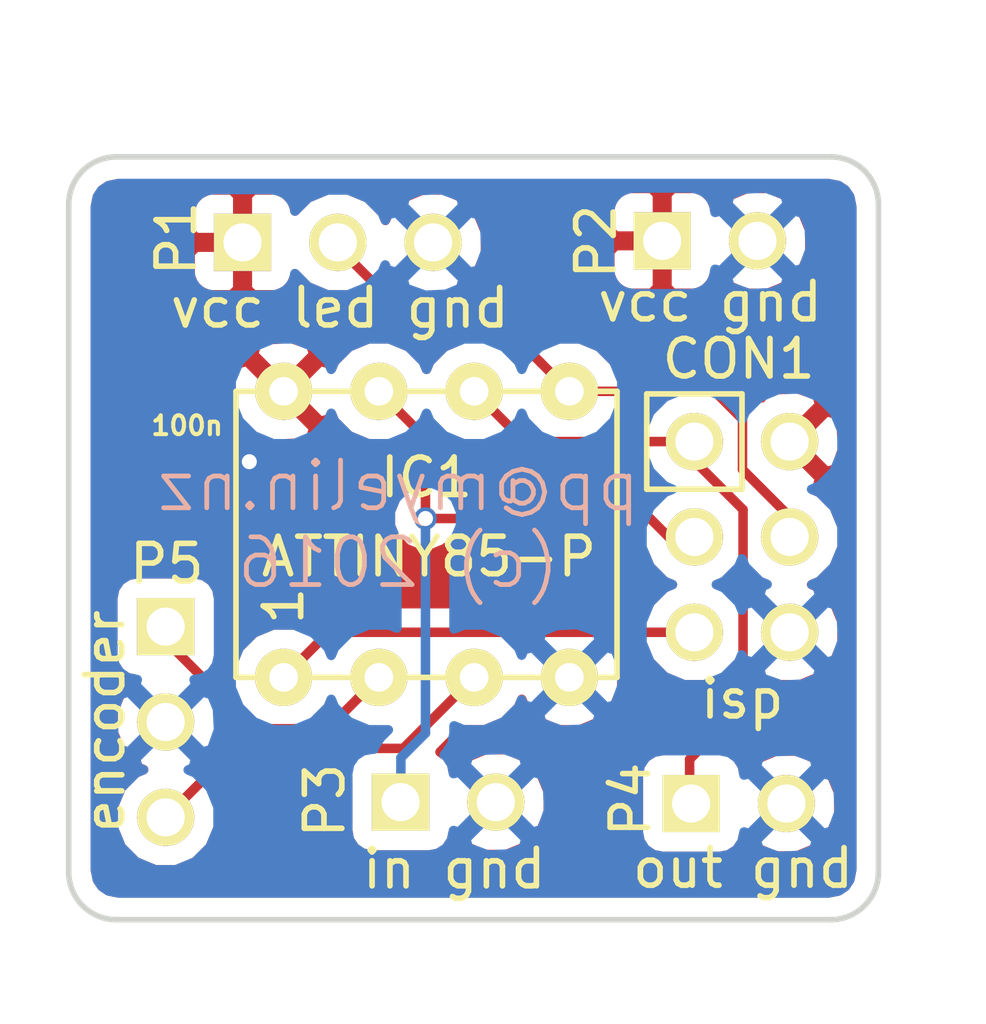
<source format=kicad_pcb>
(kicad_pcb (version 4) (host pcbnew 4.0.1-stable)

  (general
    (links 20)
    (no_connects 0)
    (area 136.59866 78.3717 162.895281 105.664001)
    (thickness 1.6)
    (drawings 9)
    (tracks 46)
    (zones 0)
    (modules 8)
    (nets 9)
  )

  (page A4)
  (layers
    (0 F.Cu signal)
    (31 B.Cu signal)
    (32 B.Adhes user)
    (33 F.Adhes user)
    (34 B.Paste user)
    (35 F.Paste user)
    (36 B.SilkS user)
    (37 F.SilkS user)
    (38 B.Mask user)
    (39 F.Mask user)
    (40 Dwgs.User user)
    (41 Cmts.User user)
    (42 Eco1.User user)
    (43 Eco2.User user)
    (44 Edge.Cuts user)
    (45 Margin user)
    (46 B.CrtYd user)
    (47 F.CrtYd user)
    (48 B.Fab user)
    (49 F.Fab user)
  )

  (setup
    (last_trace_width 0.254)
    (trace_clearance 0.254)
    (zone_clearance 0.508)
    (zone_45_only no)
    (trace_min 0.1778)
    (segment_width 0.2)
    (edge_width 0.15)
    (via_size 0.6)
    (via_drill 0.4)
    (via_min_size 0.4)
    (via_min_drill 0.3)
    (uvia_size 0.3)
    (uvia_drill 0.1)
    (uvias_allowed no)
    (uvia_min_size 0.2)
    (uvia_min_drill 0.1)
    (pcb_text_width 0.3)
    (pcb_text_size 1.5 1.5)
    (mod_edge_width 0.15)
    (mod_text_size 1 1)
    (mod_text_width 0.15)
    (pad_size 1.524 1.524)
    (pad_drill 0.762)
    (pad_to_mask_clearance 0)
    (aux_axis_origin 0 0)
    (visible_elements FFFFFFFF)
    (pcbplotparams
      (layerselection 0x010fc_80000001)
      (usegerberextensions true)
      (excludeedgelayer true)
      (linewidth 0.100000)
      (plotframeref false)
      (viasonmask false)
      (mode 1)
      (useauxorigin false)
      (hpglpennumber 1)
      (hpglpenspeed 20)
      (hpglpendiameter 15)
      (hpglpenoverlay 2)
      (psnegative false)
      (psa4output false)
      (plotreference true)
      (plotvalue true)
      (plotinvisibletext false)
      (padsonsilk false)
      (subtractmaskfromsilk false)
      (outputformat 1)
      (mirror false)
      (drillshape 0)
      (scaleselection 1)
      (outputdirectory gerbers/))
  )

  (net 0 "")
  (net 1 /miso)
  (net 2 /vcc)
  (net 3 /sck)
  (net 4 /mosi)
  (net 5 //reset)
  (net 6 /gnd)
  (net 7 /pb3)
  (net 8 /pb4)

  (net_class Default "This is the default net class."
    (clearance 0.254)
    (trace_width 0.254)
    (via_dia 0.6)
    (via_drill 0.4)
    (uvia_dia 0.3)
    (uvia_drill 0.1)
    (add_net //reset)
    (add_net /gnd)
    (add_net /miso)
    (add_net /mosi)
    (add_net /pb3)
    (add_net /pb4)
    (add_net /sck)
    (add_net /vcc)
  )

  (module myelin-kicad:pin_array_2x3_100mil_pth (layer F.Cu) (tedit 571E9933) (tstamp 571E7F43)
    (at 156.38272 92.67444 270)
    (path /571E76DE)
    (fp_text reference CON1 (at -4.74218 0.0889 360) (layer F.SilkS)
      (effects (font (size 1 1) (thickness 0.15)))
    )
    (fp_text value isp (at 4.31292 -0.00508 540) (layer F.SilkS)
      (effects (font (size 1 1) (thickness 0.15)))
    )
    (fp_line (start -1.27 0) (end -3.81 0) (layer F.SilkS) (width 0.15))
    (fp_line (start -3.81 0) (end -3.81 2.54) (layer F.SilkS) (width 0.15))
    (fp_line (start -3.81 2.54) (end -1.27 2.54) (layer F.SilkS) (width 0.15))
    (fp_line (start -1.27 2.54) (end -1.27 0) (layer F.SilkS) (width 0.15))
    (pad 1 thru_hole circle (at -2.54 1.27 270) (size 1.524 1.524) (drill 1.016) (layers *.Cu *.Mask F.SilkS)
      (net 1 /miso))
    (pad 2 thru_hole circle (at -2.54 -1.27 270) (size 1.524 1.524) (drill 1.016) (layers *.Cu *.Mask F.SilkS)
      (net 2 /vcc))
    (pad 3 thru_hole circle (at 0 1.27 270) (size 1.524 1.524) (drill 1.016) (layers *.Cu *.Mask F.SilkS)
      (net 3 /sck))
    (pad 4 thru_hole circle (at 0 -1.27 270) (size 1.524 1.524) (drill 1.016) (layers *.Cu *.Mask F.SilkS)
      (net 4 /mosi))
    (pad 5 thru_hole circle (at 2.54 1.27 270) (size 1.524 1.524) (drill 1.016) (layers *.Cu *.Mask F.SilkS)
      (net 5 //reset))
    (pad 6 thru_hole circle (at 2.54 -1.27 270) (size 1.524 1.524) (drill 1.016) (layers *.Cu *.Mask F.SilkS)
      (net 6 /gnd))
  )

  (module myelin-kicad:dip8 (layer F.Cu) (tedit 571E774A) (tstamp 571E7F54)
    (at 147.97024 92.60586)
    (path /571E7696)
    (fp_text reference IC1 (at -0.00254 -1.51638) (layer F.SilkS)
      (effects (font (size 1 1) (thickness 0.15)))
    )
    (fp_text value ATTINY85-P (at 0.06604 0.59436) (layer F.SilkS)
      (effects (font (size 1 1) (thickness 0.15)))
    )
    (fp_text user 1 (at -3.81 1.905 90) (layer F.SilkS)
      (effects (font (size 1 1) (thickness 0.15)))
    )
    (fp_line (start -5.08 -3.81) (end 5.08 -3.81) (layer F.SilkS) (width 0.15))
    (fp_line (start 5.08 -3.81) (end 5.08 3.81) (layer F.SilkS) (width 0.15))
    (fp_line (start 5.08 3.81) (end -5.08 3.81) (layer F.SilkS) (width 0.15))
    (fp_line (start -5.08 3.81) (end -5.08 -3.81) (layer F.SilkS) (width 0.15))
    (pad 1 thru_hole circle (at -3.81 3.81) (size 1.524 1.524) (drill 0.762) (layers *.Cu *.Mask F.SilkS)
      (net 5 //reset))
    (pad 2 thru_hole circle (at -1.27 3.81) (size 1.524 1.524) (drill 0.762) (layers *.Cu *.Mask F.SilkS)
      (net 7 /pb3))
    (pad 3 thru_hole circle (at 1.27 3.81) (size 1.524 1.524) (drill 0.762) (layers *.Cu *.Mask F.SilkS)
      (net 8 /pb4))
    (pad 4 thru_hole circle (at 3.81 3.81) (size 1.524 1.524) (drill 0.762) (layers *.Cu *.Mask F.SilkS)
      (net 6 /gnd))
    (pad 5 thru_hole circle (at 3.81 -3.81) (size 1.524 1.524) (drill 0.762) (layers *.Cu *.Mask F.SilkS)
      (net 4 /mosi))
    (pad 6 thru_hole circle (at 1.27 -3.81) (size 1.524 1.524) (drill 0.762) (layers *.Cu *.Mask F.SilkS)
      (net 1 /miso))
    (pad 7 thru_hole circle (at -1.27 -3.81) (size 1.524 1.524) (drill 0.762) (layers *.Cu *.Mask F.SilkS)
      (net 3 /sck))
    (pad 8 thru_hole circle (at -3.81 -3.81) (size 1.524 1.524) (drill 0.762) (layers *.Cu *.Mask F.SilkS)
      (net 2 /vcc))
  )

  (module myelin-kicad:C0805_nosilkscreen (layer F.Cu) (tedit 54921587) (tstamp 571E7FCD)
    (at 141.58722 89.71026 270)
    (descr "SM0805 module from KiCad stdlib, modified by Phillip Pearson to have less annoying silkscreen")
    (path /571E785C)
    (attr smd)
    (fp_text reference C1 (at 0 -1.3 270) (layer F.SilkS) hide
      (effects (font (size 0.50038 0.50038) (thickness 0.10922)))
    )
    (fp_text value 100n (at 0 0 360) (layer F.SilkS)
      (effects (font (size 0.50038 0.50038) (thickness 0.10922)))
    )
    (pad 1 smd rect (at -0.9525 0 270) (size 0.889 1.397) (layers F.Cu F.Paste F.Mask)
      (net 2 /vcc))
    (pad 2 smd rect (at 0.9525 0 270) (size 0.889 1.397) (layers F.Cu F.Paste F.Mask)
      (net 6 /gnd))
    (model Capacitors_SMD.3dshapes/C_0805.wrl
      (at (xyz 0 0 0))
      (scale (xyz 1 1 1))
      (rotate (xyz 0 0 0))
    )
  )

  (module myelin-kicad:header_01x03_40mil_60mil (layer F.Cu) (tedit 553971CD) (tstamp 571E842F)
    (at 145.6055 84.82838)
    (path /571E7C50)
    (fp_text reference P1 (at -4.30276 -0.10414 90) (layer F.SilkS)
      (effects (font (size 1 1) (thickness 0.15)))
    )
    (fp_text value "vcc led gnd" (at 0.05334 1.74498) (layer F.SilkS)
      (effects (font (size 1 1) (thickness 0.15)))
    )
    (pad 1 thru_hole rect (at -2.54 0) (size 1.524 1.524) (drill 1.016) (layers *.Cu *.Mask F.SilkS)
      (net 2 /vcc))
    (pad 2 thru_hole circle (at 0 0) (size 1.524 1.524) (drill 1.016) (layers *.Cu *.Mask F.SilkS)
      (net 4 /mosi))
    (pad 3 thru_hole circle (at 2.54 0) (size 1.524 1.524) (drill 1.016) (layers *.Cu *.Mask F.SilkS)
      (net 6 /gnd))
  )

  (module myelin-kicad:header_01x02_40mil_60mil (layer F.Cu) (tedit 553971BB) (tstamp 571E8849)
    (at 155.5242 84.78774)
    (path /571E7E73)
    (fp_text reference P2 (at -3.03276 0.02032 90) (layer F.SilkS)
      (effects (font (size 1 1) (thickness 0.15)))
    )
    (fp_text value "vcc gnd" (at 0.00762 1.62306) (layer F.SilkS)
      (effects (font (size 1 1) (thickness 0.15)))
    )
    (pad 1 thru_hole rect (at -1.27 0) (size 1.524 1.524) (drill 1.016) (layers *.Cu *.Mask F.SilkS)
      (net 2 /vcc))
    (pad 2 thru_hole circle (at 1.27 0) (size 1.524 1.524) (drill 1.016) (layers *.Cu *.Mask F.SilkS)
      (net 6 /gnd))
  )

  (module myelin-kicad:header_01x02_40mil_60mil (layer F.Cu) (tedit 553971BB) (tstamp 571E8869)
    (at 148.54936 99.73818)
    (path /571E80F6)
    (fp_text reference P3 (at -3.29184 -0.04064 90) (layer F.SilkS)
      (effects (font (size 1 1) (thickness 0.15)))
    )
    (fp_text value "in gnd" (at 0.16002 1.77546) (layer F.SilkS)
      (effects (font (size 1 1) (thickness 0.15)))
    )
    (pad 1 thru_hole rect (at -1.27 0) (size 1.524 1.524) (drill 1.016) (layers *.Cu *.Mask F.SilkS)
      (net 3 /sck))
    (pad 2 thru_hole circle (at 1.27 0) (size 1.524 1.524) (drill 1.016) (layers *.Cu *.Mask F.SilkS)
      (net 6 /gnd))
  )

  (module myelin-kicad:header_01x02_40mil_60mil (layer F.Cu) (tedit 553971BB) (tstamp 571E886F)
    (at 156.29636 99.77628)
    (path /571E8124)
    (fp_text reference P4 (at -2.88544 -0.10668 90) (layer F.SilkS)
      (effects (font (size 1 1) (thickness 0.15)))
    )
    (fp_text value "out gnd" (at 0.1143 1.71958) (layer F.SilkS)
      (effects (font (size 1 1) (thickness 0.15)))
    )
    (pad 1 thru_hole rect (at -1.27 0) (size 1.524 1.524) (drill 1.016) (layers *.Cu *.Mask F.SilkS)
      (net 1 /miso))
    (pad 2 thru_hole circle (at 1.27 0) (size 1.524 1.524) (drill 1.016) (layers *.Cu *.Mask F.SilkS)
      (net 6 /gnd))
  )

  (module myelin-kicad:header_01x03_40mil_60mil (layer F.Cu) (tedit 553971CD) (tstamp 571E98CD)
    (at 141.01572 97.60458 270)
    (path /571E9427)
    (fp_text reference P5 (at -4.21386 -0.03048 360) (layer F.SilkS)
      (effects (font (size 1 1) (thickness 0.15)))
    )
    (fp_text value encoder (at -0.02286 1.6256 270) (layer F.SilkS)
      (effects (font (size 1 1) (thickness 0.15)))
    )
    (pad 1 thru_hole rect (at -2.54 0 270) (size 1.524 1.524) (drill 1.016) (layers *.Cu *.Mask F.SilkS)
      (net 7 /pb3))
    (pad 2 thru_hole circle (at 0 0 270) (size 1.524 1.524) (drill 1.016) (layers *.Cu *.Mask F.SilkS)
      (net 6 /gnd))
    (pad 3 thru_hole circle (at 2.54 0 270) (size 1.524 1.524) (drill 1.016) (layers *.Cu *.Mask F.SilkS)
      (net 8 /pb4))
  )

  (gr_text "pp@myelin.nz\n(c) 2016" (at 147.22094 92.33916) (layer B.SilkS)
    (effects (font (size 1.27 1.27) (thickness 0.127)) (justify mirror))
  )
  (gr_line (start 138.43 83.82) (end 138.43 101.6) (layer Edge.Cuts) (width 0.15))
  (gr_line (start 139.7 82.55) (end 158.75 82.55) (layer Edge.Cuts) (width 0.15))
  (gr_line (start 158.75 102.87) (end 139.7 102.87) (layer Edge.Cuts) (width 0.15))
  (gr_line (start 160.02 83.82) (end 160.02 101.6) (layer Edge.Cuts) (width 0.15))
  (gr_arc (start 158.75 101.6) (end 160.02 101.6) (angle 90) (layer Edge.Cuts) (width 0.15))
  (gr_arc (start 158.75 83.82) (end 158.75 82.55) (angle 90) (layer Edge.Cuts) (width 0.15))
  (gr_arc (start 139.7 83.82) (end 138.43 83.82) (angle 90) (layer Edge.Cuts) (width 0.15))
  (gr_arc (start 139.7 101.6) (end 139.7 102.87) (angle 90) (layer Edge.Cuts) (width 0.15))

  (segment (start 154.98572 99.61372) (end 154.98572 98.59772) (width 0.254) (layer F.Cu) (net 1))
  (segment (start 155.11272 90.6399) (end 155.11272 90.13444) (width 0.254) (layer F.Cu) (net 1))
  (segment (start 154.98572 98.59772) (end 156.41066 97.17278) (width 0.254) (layer F.Cu) (net 1))
  (segment (start 156.41066 97.17278) (end 156.41066 91.948) (width 0.254) (layer F.Cu) (net 1))
  (segment (start 156.41066 91.948) (end 155.10764 90.64498) (width 0.254) (layer F.Cu) (net 1))
  (segment (start 155.10764 90.64498) (end 155.11272 90.6399) (width 0.254) (layer F.Cu) (net 1))
  (segment (start 149.24024 88.79586) (end 150.57882 90.13444) (width 0.254) (layer F.Cu) (net 1))
  (segment (start 150.57882 90.13444) (end 155.11272 90.13444) (width 0.254) (layer F.Cu) (net 1))
  (segment (start 149.24024 88.79586) (end 149.5298 88.79586) (width 0.254) (layer F.Cu) (net 1))
  (segment (start 155.11272 92.67444) (end 155.11018 92.67698) (width 0.254) (layer F.Cu) (net 3))
  (segment (start 155.11018 92.67698) (end 154.42692 92.67698) (width 0.254) (layer F.Cu) (net 3))
  (segment (start 154.42692 92.67698) (end 153.93416 92.18422) (width 0.254) (layer F.Cu) (net 3))
  (segment (start 153.93416 92.18422) (end 147.9423 92.18422) (width 0.254) (layer F.Cu) (net 3))
  (segment (start 146.70024 88.79586) (end 147.9423 90.03792) (width 0.254) (layer F.Cu) (net 3))
  (segment (start 147.9423 90.03792) (end 147.9423 91.759956) (width 0.254) (layer F.Cu) (net 3))
  (segment (start 147.9423 91.759956) (end 147.9423 92.18422) (width 0.254) (layer F.Cu) (net 3))
  (segment (start 147.28698 98.55708) (end 147.9423 97.90176) (width 0.254) (layer B.Cu) (net 3))
  (segment (start 147.28698 99.57308) (end 147.28698 98.55708) (width 0.254) (layer B.Cu) (net 3))
  (segment (start 147.9423 97.90176) (end 147.9423 92.18422) (width 0.254) (layer B.Cu) (net 3))
  (via (at 147.9423 92.18422) (size 0.6) (drill 0.4) (layers F.Cu B.Cu) (net 3))
  (segment (start 146.70024 88.79586) (end 146.6977 88.7984) (width 0.254) (layer B.Cu) (net 3))
  (segment (start 146.6977 88.7984) (end 146.6977 89.25052) (width 0.254) (layer B.Cu) (net 3))
  (segment (start 151.78024 88.79586) (end 155.6512 88.79586) (width 0.254) (layer F.Cu) (net 4))
  (segment (start 155.6512 88.79586) (end 156.39542 89.54008) (width 0.254) (layer F.Cu) (net 4))
  (segment (start 156.39542 89.54008) (end 156.39542 90.87866) (width 0.254) (layer F.Cu) (net 4))
  (segment (start 157.65526 92.1385) (end 157.65526 92.6719) (width 0.254) (layer F.Cu) (net 4))
  (segment (start 157.65526 92.6719) (end 157.65272 92.67444) (width 0.254) (layer F.Cu) (net 4))
  (segment (start 156.39542 90.87866) (end 157.65526 92.1385) (width 0.254) (layer F.Cu) (net 4))
  (segment (start 145.60804 84.78266) (end 145.60804 84.95538) (width 0.254) (layer F.Cu) (net 4))
  (segment (start 145.60804 84.95538) (end 147.38858 86.73592) (width 0.254) (layer F.Cu) (net 4))
  (segment (start 147.38858 86.73592) (end 149.7203 86.73592) (width 0.254) (layer F.Cu) (net 4))
  (segment (start 149.7203 86.73592) (end 151.018241 88.033861) (width 0.254) (layer F.Cu) (net 4))
  (segment (start 151.018241 88.033861) (end 151.78024 88.79586) (width 0.254) (layer F.Cu) (net 4))
  (segment (start 144.16024 96.41586) (end 145.36166 95.21444) (width 0.254) (layer F.Cu) (net 5))
  (segment (start 145.36166 95.21444) (end 155.11272 95.21444) (width 0.254) (layer F.Cu) (net 5))
  (segment (start 141.58722 90.66276) (end 143.23822 90.66276) (width 0.254) (layer F.Cu) (net 6))
  (segment (start 143.23822 90.66276) (end 143.24584 90.67038) (width 0.254) (layer F.Cu) (net 6))
  (via (at 143.24584 90.67038) (size 0.6) (drill 0.4) (layers F.Cu B.Cu) (net 6))
  (segment (start 146.70024 96.41586) (end 145.33118 97.78492) (width 0.254) (layer F.Cu) (net 7))
  (segment (start 145.33118 97.78492) (end 143.36522 97.78492) (width 0.254) (layer F.Cu) (net 7))
  (segment (start 143.36522 97.78492) (end 141.01572 95.43542) (width 0.254) (layer F.Cu) (net 7))
  (segment (start 141.01572 95.43542) (end 141.01572 95.06458) (width 0.254) (layer F.Cu) (net 7))
  (segment (start 149.24024 96.41586) (end 147.34794 98.30816) (width 0.254) (layer F.Cu) (net 8))
  (segment (start 147.34794 98.30816) (end 142.85214 98.30816) (width 0.254) (layer F.Cu) (net 8))
  (segment (start 142.85214 98.30816) (end 141.777719 99.382581) (width 0.254) (layer F.Cu) (net 8))
  (segment (start 141.777719 99.382581) (end 141.01572 100.14458) (width 0.254) (layer F.Cu) (net 8))

  (zone (net 2) (net_name /vcc) (layer F.Cu) (tstamp 0) (hatch edge 0.508)
    (connect_pads (clearance 0.508))
    (min_thickness 0.254)
    (fill yes (arc_segments 16) (thermal_gap 0.508) (thermal_bridge_width 0.508))
    (polygon
      (pts
        (xy 137.30732 79.08036) (xy 162.30854 78.3717) (xy 161.8361 105.49636) (xy 136.59866 104.55148)
      )
    )
    (filled_polygon
      (pts
        (xy 158.958979 83.315478) (xy 159.136145 83.433856) (xy 159.254521 83.611019) (xy 159.31 83.889931) (xy 159.31 101.530069)
        (xy 159.254521 101.808981) (xy 159.136145 101.986144) (xy 158.958979 102.104522) (xy 158.68007 102.16) (xy 139.769931 102.16)
        (xy 139.491019 102.104521) (xy 139.313856 101.986145) (xy 139.195478 101.808979) (xy 139.14 101.53007) (xy 139.14 94.30258)
        (xy 139.60628 94.30258) (xy 139.60628 95.82658) (xy 139.650558 96.061897) (xy 139.78963 96.278021) (xy 140.00183 96.423011)
        (xy 140.184844 96.460072) (xy 139.832091 96.81221) (xy 139.618963 97.32548) (xy 139.618478 97.881241) (xy 139.83071 98.394883)
        (xy 140.22335 98.788209) (xy 140.431232 98.874529) (xy 140.225417 98.95957) (xy 139.832091 99.35221) (xy 139.618963 99.86548)
        (xy 139.618478 100.421241) (xy 139.83071 100.934883) (xy 140.22335 101.328209) (xy 140.73662 101.541337) (xy 141.292381 101.541822)
        (xy 141.806023 101.32959) (xy 142.199349 100.93695) (xy 142.412477 100.42368) (xy 142.412962 99.867919) (xy 142.400404 99.837526)
        (xy 143.167771 99.07016) (xy 145.86992 99.07016) (xy 145.86992 100.50018) (xy 145.914198 100.735497) (xy 146.05327 100.951621)
        (xy 146.26547 101.096611) (xy 146.51736 101.14762) (xy 148.04136 101.14762) (xy 148.276677 101.103342) (xy 148.492801 100.96427)
        (xy 148.637791 100.75207) (xy 148.674852 100.569056) (xy 149.02699 100.921809) (xy 149.54026 101.134937) (xy 150.096021 101.135422)
        (xy 150.609663 100.92319) (xy 151.002989 100.53055) (xy 151.216117 100.01728) (xy 151.216602 99.461519) (xy 151.00437 98.947877)
        (xy 150.61173 98.554551) (xy 150.09846 98.341423) (xy 149.542699 98.340938) (xy 149.029057 98.55317) (xy 148.675597 98.906013)
        (xy 148.644522 98.740863) (xy 148.50545 98.524739) (xy 148.329329 98.404401) (xy 148.932857 97.800873) (xy 148.96114 97.812617)
        (xy 149.516901 97.813102) (xy 150.030543 97.60087) (xy 150.423869 97.20823) (xy 150.510189 97.000348) (xy 150.59523 97.206163)
        (xy 150.98787 97.599489) (xy 151.50114 97.812617) (xy 152.056901 97.813102) (xy 152.570543 97.60087) (xy 152.963869 97.20823)
        (xy 153.176997 96.69496) (xy 153.177482 96.139199) (xy 153.110232 95.97644) (xy 153.916015 95.97644) (xy 153.92771 96.004743)
        (xy 154.32035 96.398069) (xy 154.83362 96.611197) (xy 155.389381 96.611682) (xy 155.64866 96.50455) (xy 155.64866 96.857149)
        (xy 154.446905 98.058905) (xy 154.281724 98.306115) (xy 154.269645 98.36684) (xy 154.26436 98.36684) (xy 154.029043 98.411118)
        (xy 153.812919 98.55019) (xy 153.667929 98.76239) (xy 153.61692 99.01428) (xy 153.61692 100.53828) (xy 153.661198 100.773597)
        (xy 153.80027 100.989721) (xy 154.01247 101.134711) (xy 154.26436 101.18572) (xy 155.78836 101.18572) (xy 156.023677 101.141442)
        (xy 156.239801 101.00237) (xy 156.384791 100.79017) (xy 156.421852 100.607156) (xy 156.77399 100.959909) (xy 157.28726 101.173037)
        (xy 157.843021 101.173522) (xy 158.356663 100.96129) (xy 158.749989 100.56865) (xy 158.963117 100.05538) (xy 158.963602 99.499619)
        (xy 158.75137 98.985977) (xy 158.35873 98.592651) (xy 157.84546 98.379523) (xy 157.289699 98.379038) (xy 156.776057 98.59127)
        (xy 156.422597 98.944113) (xy 156.391522 98.778963) (xy 156.25245 98.562839) (xy 156.160832 98.500239) (xy 156.949475 97.711596)
        (xy 157.114656 97.464385) (xy 157.17266 97.17278) (xy 157.17266 96.527751) (xy 157.37362 96.611197) (xy 157.929381 96.611682)
        (xy 158.443023 96.39945) (xy 158.836349 96.00681) (xy 159.049477 95.49354) (xy 159.049962 94.937779) (xy 158.83773 94.424137)
        (xy 158.44509 94.030811) (xy 158.237208 93.944491) (xy 158.443023 93.85945) (xy 158.836349 93.46681) (xy 159.049477 92.95354)
        (xy 159.049962 92.397779) (xy 158.83773 91.884137) (xy 158.44509 91.490811) (xy 158.252993 91.411045) (xy 158.383863 91.356837)
        (xy 158.453328 91.114653) (xy 157.65272 90.314045) (xy 157.638578 90.328188) (xy 157.458973 90.148583) (xy 157.473115 90.13444)
        (xy 157.832325 90.13444) (xy 158.632933 90.935048) (xy 158.875117 90.865583) (xy 159.061864 90.342138) (xy 159.034082 89.787072)
        (xy 158.875117 89.403297) (xy 158.632933 89.333832) (xy 157.832325 90.13444) (xy 157.473115 90.13444) (xy 157.458973 90.120298)
        (xy 157.638578 89.940693) (xy 157.65272 89.954835) (xy 158.453328 89.154227) (xy 158.383863 88.912043) (xy 157.860418 88.725296)
        (xy 157.305352 88.753078) (xy 156.921577 88.912043) (xy 156.904511 88.971541) (xy 156.190015 88.257045) (xy 156.085112 88.186951)
        (xy 155.942805 88.091864) (xy 155.6512 88.03386) (xy 152.976945 88.03386) (xy 152.96525 88.005557) (xy 152.57261 87.612231)
        (xy 152.05934 87.399103) (xy 151.503579 87.398618) (xy 151.473187 87.411176) (xy 150.259115 86.197105) (xy 150.240972 86.184982)
        (xy 150.011905 86.031924) (xy 149.7203 85.97392) (xy 148.975342 85.97392) (xy 149.329129 85.62075) (xy 149.542257 85.10748)
        (xy 149.542286 85.07349) (xy 152.8572 85.07349) (xy 152.8572 85.67605) (xy 152.953873 85.909439) (xy 153.132502 86.088067)
        (xy 153.365891 86.18474) (xy 153.96845 86.18474) (xy 154.1272 86.02599) (xy 154.1272 84.91474) (xy 153.01595 84.91474)
        (xy 152.8572 85.07349) (xy 149.542286 85.07349) (xy 149.542742 84.551719) (xy 149.33051 84.038077) (xy 149.192105 83.89943)
        (xy 152.8572 83.89943) (xy 152.8572 84.50199) (xy 153.01595 84.66074) (xy 154.1272 84.66074) (xy 154.1272 83.54949)
        (xy 154.3812 83.54949) (xy 154.3812 84.66074) (xy 154.4012 84.66074) (xy 154.4012 84.91474) (xy 154.3812 84.91474)
        (xy 154.3812 86.02599) (xy 154.53995 86.18474) (xy 155.142509 86.18474) (xy 155.375898 86.088067) (xy 155.554527 85.909439)
        (xy 155.6512 85.67605) (xy 155.6512 85.620126) (xy 156.00183 85.971369) (xy 156.5151 86.184497) (xy 157.070861 86.184982)
        (xy 157.584503 85.97275) (xy 157.977829 85.58011) (xy 158.190957 85.06684) (xy 158.191442 84.511079) (xy 157.97921 83.997437)
        (xy 157.58657 83.604111) (xy 157.0733 83.390983) (xy 156.517539 83.390498) (xy 156.003897 83.60273) (xy 155.6512 83.954812)
        (xy 155.6512 83.89943) (xy 155.554527 83.666041) (xy 155.375898 83.487413) (xy 155.142509 83.39074) (xy 154.53995 83.39074)
        (xy 154.3812 83.54949) (xy 154.1272 83.54949) (xy 153.96845 83.39074) (xy 153.365891 83.39074) (xy 153.132502 83.487413)
        (xy 152.953873 83.666041) (xy 152.8572 83.89943) (xy 149.192105 83.89943) (xy 148.93787 83.644751) (xy 148.4246 83.431623)
        (xy 147.868839 83.431138) (xy 147.355197 83.64337) (xy 146.961871 84.03601) (xy 146.875551 84.243892) (xy 146.79051 84.038077)
        (xy 146.39787 83.644751) (xy 145.8846 83.431623) (xy 145.328839 83.431138) (xy 144.815197 83.64337) (xy 144.4625 83.995452)
        (xy 144.4625 83.94007) (xy 144.365827 83.706681) (xy 144.187198 83.528053) (xy 143.953809 83.43138) (xy 143.35125 83.43138)
        (xy 143.1925 83.59013) (xy 143.1925 84.70138) (xy 143.2125 84.70138) (xy 143.2125 84.95538) (xy 143.1925 84.95538)
        (xy 143.1925 86.06663) (xy 143.35125 86.22538) (xy 143.953809 86.22538) (xy 144.187198 86.128707) (xy 144.365827 85.950079)
        (xy 144.4625 85.71669) (xy 144.4625 85.660766) (xy 144.81313 86.012009) (xy 145.3264 86.225137) (xy 145.800581 86.225551)
        (xy 146.849765 87.274735) (xy 147.096975 87.439916) (xy 147.38858 87.49792) (xy 148.723249 87.49792) (xy 148.449937 87.61085)
        (xy 148.056611 88.00349) (xy 147.970291 88.211372) (xy 147.88525 88.005557) (xy 147.49261 87.612231) (xy 146.97934 87.399103)
        (xy 146.423579 87.398618) (xy 145.909937 87.61085) (xy 145.516611 88.00349) (xy 145.436845 88.195587) (xy 145.382637 88.064717)
        (xy 145.140453 87.995252) (xy 144.339845 88.79586) (xy 145.140453 89.596468) (xy 145.382637 89.527003) (xy 145.432749 89.386542)
        (xy 145.51523 89.586163) (xy 145.90787 89.979489) (xy 146.42114 90.192617) (xy 146.976901 90.193102) (xy 147.007294 90.180544)
        (xy 147.1803 90.35355) (xy 147.1803 91.623754) (xy 147.150108 91.653893) (xy 147.007462 91.997421) (xy 147.007138 92.369387)
        (xy 147.149183 92.713163) (xy 147.411973 92.976412) (xy 147.755501 93.119058) (xy 148.127467 93.119382) (xy 148.471243 92.977337)
        (xy 148.502414 92.94622) (xy 153.61853 92.94622) (xy 153.780305 93.107995) (xy 153.92771 93.464743) (xy 154.32035 93.858069)
        (xy 154.528232 93.944389) (xy 154.322417 94.02943) (xy 153.929091 94.42207) (xy 153.91648 94.45244) (xy 145.36166 94.45244)
        (xy 145.070055 94.510444) (xy 144.822844 94.675625) (xy 144.467622 95.030847) (xy 144.43934 95.019103) (xy 143.883579 95.018618)
        (xy 143.369937 95.23085) (xy 142.976611 95.62349) (xy 142.772639 96.114709) (xy 142.42516 95.76723) (xy 142.42516 94.30258)
        (xy 142.380882 94.067263) (xy 142.24181 93.851139) (xy 142.02961 93.706149) (xy 141.77772 93.65514) (xy 140.25372 93.65514)
        (xy 140.018403 93.699418) (xy 139.802279 93.83849) (xy 139.657289 94.05069) (xy 139.60628 94.30258) (xy 139.14 94.30258)
        (xy 139.14 90.21826) (xy 140.24128 90.21826) (xy 140.24128 91.10726) (xy 140.285558 91.342577) (xy 140.42463 91.558701)
        (xy 140.63683 91.703691) (xy 140.88872 91.7547) (xy 142.28572 91.7547) (xy 142.521037 91.710422) (xy 142.737161 91.57135)
        (xy 142.790274 91.493616) (xy 143.059041 91.605218) (xy 143.431007 91.605542) (xy 143.774783 91.463497) (xy 144.038032 91.200707)
        (xy 144.180678 90.857179) (xy 144.181002 90.485213) (xy 144.062939 90.199478) (xy 144.507608 90.177222) (xy 144.891383 90.018257)
        (xy 144.960848 89.776073) (xy 144.16024 88.975465) (xy 144.146098 88.989608) (xy 143.966493 88.810003) (xy 143.980635 88.79586)
        (xy 143.180027 87.995252) (xy 142.937843 88.064717) (xy 142.90649 88.152597) (xy 142.824047 87.953562) (xy 142.686133 87.815647)
        (xy 143.359632 87.815647) (xy 144.16024 88.616255) (xy 144.960848 87.815647) (xy 144.891383 87.573463) (xy 144.367938 87.386716)
        (xy 143.812872 87.414498) (xy 143.429097 87.573463) (xy 143.359632 87.815647) (xy 142.686133 87.815647) (xy 142.645419 87.774933)
        (xy 142.41203 87.67826) (xy 141.87297 87.67826) (xy 141.71422 87.83701) (xy 141.71422 88.63076) (xy 141.73422 88.63076)
        (xy 141.73422 88.88476) (xy 141.71422 88.88476) (xy 141.71422 88.90476) (xy 141.46022 88.90476) (xy 141.46022 88.88476)
        (xy 140.41247 88.88476) (xy 140.25372 89.04351) (xy 140.25372 89.328569) (xy 140.350393 89.561958) (xy 140.501366 89.712931)
        (xy 140.437279 89.75417) (xy 140.292289 89.96637) (xy 140.24128 90.21826) (xy 139.14 90.21826) (xy 139.14 88.186951)
        (xy 140.25372 88.186951) (xy 140.25372 88.47201) (xy 140.41247 88.63076) (xy 141.46022 88.63076) (xy 141.46022 87.83701)
        (xy 141.30147 87.67826) (xy 140.76241 87.67826) (xy 140.529021 87.774933) (xy 140.350393 87.953562) (xy 140.25372 88.186951)
        (xy 139.14 88.186951) (xy 139.14 85.11413) (xy 141.6685 85.11413) (xy 141.6685 85.71669) (xy 141.765173 85.950079)
        (xy 141.943802 86.128707) (xy 142.177191 86.22538) (xy 142.77975 86.22538) (xy 142.9385 86.06663) (xy 142.9385 84.95538)
        (xy 141.82725 84.95538) (xy 141.6685 85.11413) (xy 139.14 85.11413) (xy 139.14 83.94007) (xy 141.6685 83.94007)
        (xy 141.6685 84.54263) (xy 141.82725 84.70138) (xy 142.9385 84.70138) (xy 142.9385 83.59013) (xy 142.77975 83.43138)
        (xy 142.177191 83.43138) (xy 141.943802 83.528053) (xy 141.765173 83.706681) (xy 141.6685 83.94007) (xy 139.14 83.94007)
        (xy 139.14 83.88993) (xy 139.195478 83.611021) (xy 139.313856 83.433855) (xy 139.491019 83.315479) (xy 139.769931 83.26)
        (xy 158.68007 83.26)
      )
    )
  )
  (zone (net 6) (net_name /gnd) (layer B.Cu) (tstamp 0) (hatch edge 0.508)
    (connect_pads (clearance 0.508))
    (min_thickness 0.254)
    (fill yes (arc_segments 16) (thermal_gap 0.508) (thermal_bridge_width 0.508))
    (polygon
      (pts
        (xy 138.2268 80.81772) (xy 137.86612 105.664) (xy 162.89528 104.12984) (xy 161.17824 80.45704)
      )
    )
    (filled_polygon
      (pts
        (xy 158.958979 83.315478) (xy 159.136145 83.433856) (xy 159.254521 83.611019) (xy 159.31 83.889931) (xy 159.31 101.530069)
        (xy 159.254521 101.808981) (xy 159.136145 101.986144) (xy 158.958979 102.104522) (xy 158.68007 102.16) (xy 139.769931 102.16)
        (xy 139.491019 102.104521) (xy 139.313856 101.986145) (xy 139.195478 101.808979) (xy 139.14 101.53007) (xy 139.14 100.421241)
        (xy 139.618478 100.421241) (xy 139.83071 100.934883) (xy 140.22335 101.328209) (xy 140.73662 101.541337) (xy 141.292381 101.541822)
        (xy 141.806023 101.32959) (xy 142.199349 100.93695) (xy 142.412477 100.42368) (xy 142.412962 99.867919) (xy 142.20073 99.354277)
        (xy 141.80809 98.960951) (xy 141.615993 98.881185) (xy 141.746863 98.826977) (xy 141.816328 98.584793) (xy 141.01572 97.784185)
        (xy 140.215112 98.584793) (xy 140.284577 98.826977) (xy 140.425038 98.877089) (xy 140.225417 98.95957) (xy 139.832091 99.35221)
        (xy 139.618963 99.86548) (xy 139.618478 100.421241) (xy 139.14 100.421241) (xy 139.14 97.396882) (xy 139.606576 97.396882)
        (xy 139.634358 97.951948) (xy 139.793323 98.335723) (xy 140.035507 98.405188) (xy 140.836115 97.60458) (xy 141.195325 97.60458)
        (xy 141.995933 98.405188) (xy 142.238117 98.335723) (xy 142.424864 97.812278) (xy 142.397082 97.257212) (xy 142.238117 96.873437)
        (xy 141.995933 96.803972) (xy 141.195325 97.60458) (xy 140.836115 97.60458) (xy 140.035507 96.803972) (xy 139.793323 96.873437)
        (xy 139.606576 97.396882) (xy 139.14 97.396882) (xy 139.14 94.30258) (xy 139.60628 94.30258) (xy 139.60628 95.82658)
        (xy 139.650558 96.061897) (xy 139.78963 96.278021) (xy 140.00183 96.423011) (xy 140.25372 96.47402) (xy 140.258236 96.47402)
        (xy 140.215112 96.624367) (xy 141.01572 97.424975) (xy 141.748174 96.692521) (xy 142.762998 96.692521) (xy 142.97523 97.206163)
        (xy 143.36787 97.599489) (xy 143.88114 97.812617) (xy 144.436901 97.813102) (xy 144.950543 97.60087) (xy 145.343869 97.20823)
        (xy 145.430189 97.000348) (xy 145.51523 97.206163) (xy 145.90787 97.599489) (xy 146.42114 97.812617) (xy 146.953348 97.813081)
        (xy 146.748165 98.018265) (xy 146.582984 98.265475) (xy 146.5704 98.32874) (xy 146.51736 98.32874) (xy 146.282043 98.373018)
        (xy 146.065919 98.51209) (xy 145.920929 98.72429) (xy 145.86992 98.97618) (xy 145.86992 100.50018) (xy 145.914198 100.735497)
        (xy 146.05327 100.951621) (xy 146.26547 101.096611) (xy 146.51736 101.14762) (xy 148.04136 101.14762) (xy 148.276677 101.103342)
        (xy 148.492801 100.96427) (xy 148.637791 100.75207) (xy 148.64461 100.718393) (xy 149.018752 100.718393) (xy 149.088217 100.960577)
        (xy 149.611662 101.147324) (xy 150.166728 101.119542) (xy 150.550503 100.960577) (xy 150.619968 100.718393) (xy 149.81936 99.917785)
        (xy 149.018752 100.718393) (xy 148.64461 100.718393) (xy 148.6888 100.50018) (xy 148.6888 100.495664) (xy 148.839147 100.538788)
        (xy 149.639755 99.73818) (xy 149.998965 99.73818) (xy 150.799573 100.538788) (xy 151.041757 100.469323) (xy 151.228504 99.945878)
        (xy 151.200722 99.390812) (xy 151.044758 99.01428) (xy 153.61692 99.01428) (xy 153.61692 100.53828) (xy 153.661198 100.773597)
        (xy 153.80027 100.989721) (xy 154.01247 101.134711) (xy 154.26436 101.18572) (xy 155.78836 101.18572) (xy 156.023677 101.141442)
        (xy 156.239801 101.00237) (xy 156.384791 100.79017) (xy 156.39161 100.756493) (xy 156.765752 100.756493) (xy 156.835217 100.998677)
        (xy 157.358662 101.185424) (xy 157.913728 101.157642) (xy 158.297503 100.998677) (xy 158.366968 100.756493) (xy 157.56636 99.955885)
        (xy 156.765752 100.756493) (xy 156.39161 100.756493) (xy 156.4358 100.53828) (xy 156.4358 100.533764) (xy 156.586147 100.576888)
        (xy 157.386755 99.77628) (xy 157.745965 99.77628) (xy 158.546573 100.576888) (xy 158.788757 100.507423) (xy 158.975504 99.983978)
        (xy 158.947722 99.428912) (xy 158.788757 99.045137) (xy 158.546573 98.975672) (xy 157.745965 99.77628) (xy 157.386755 99.77628)
        (xy 156.586147 98.975672) (xy 156.4358 99.018796) (xy 156.4358 99.01428) (xy 156.394741 98.796067) (xy 156.765752 98.796067)
        (xy 157.56636 99.596675) (xy 158.366968 98.796067) (xy 158.297503 98.553883) (xy 157.774058 98.367136) (xy 157.218992 98.394918)
        (xy 156.835217 98.553883) (xy 156.765752 98.796067) (xy 156.394741 98.796067) (xy 156.391522 98.778963) (xy 156.25245 98.562839)
        (xy 156.04025 98.417849) (xy 155.78836 98.36684) (xy 154.26436 98.36684) (xy 154.029043 98.411118) (xy 153.812919 98.55019)
        (xy 153.667929 98.76239) (xy 153.61692 99.01428) (xy 151.044758 99.01428) (xy 151.041757 99.007037) (xy 150.799573 98.937572)
        (xy 149.998965 99.73818) (xy 149.639755 99.73818) (xy 148.839147 98.937572) (xy 148.6888 98.980696) (xy 148.6888 98.97618)
        (xy 148.647741 98.757967) (xy 149.018752 98.757967) (xy 149.81936 99.558575) (xy 150.619968 98.757967) (xy 150.550503 98.515783)
        (xy 150.027058 98.329036) (xy 149.471992 98.356818) (xy 149.088217 98.515783) (xy 149.018752 98.757967) (xy 148.647741 98.757967)
        (xy 148.644522 98.740863) (xy 148.50545 98.524739) (xy 148.440993 98.480698) (xy 148.481115 98.440576) (xy 148.646296 98.193365)
        (xy 148.7043 97.90176) (xy 148.7043 97.705968) (xy 148.96114 97.812617) (xy 149.516901 97.813102) (xy 150.030543 97.60087)
        (xy 150.235697 97.396073) (xy 150.979632 97.396073) (xy 151.049097 97.638257) (xy 151.572542 97.825004) (xy 152.127608 97.797222)
        (xy 152.511383 97.638257) (xy 152.580848 97.396073) (xy 151.78024 96.595465) (xy 150.979632 97.396073) (xy 150.235697 97.396073)
        (xy 150.423869 97.20823) (xy 150.503635 97.016133) (xy 150.557843 97.147003) (xy 150.800027 97.216468) (xy 151.600635 96.41586)
        (xy 151.959845 96.41586) (xy 152.760453 97.216468) (xy 153.002637 97.147003) (xy 153.189384 96.623558) (xy 153.161602 96.068492)
        (xy 153.002637 95.684717) (xy 152.760453 95.615252) (xy 151.959845 96.41586) (xy 151.600635 96.41586) (xy 150.800027 95.615252)
        (xy 150.557843 95.684717) (xy 150.507731 95.825178) (xy 150.42525 95.625557) (xy 150.235672 95.435647) (xy 150.979632 95.435647)
        (xy 151.78024 96.236255) (xy 152.580848 95.435647) (xy 152.511383 95.193463) (xy 151.987938 95.006716) (xy 151.432872 95.034498)
        (xy 151.049097 95.193463) (xy 150.979632 95.435647) (xy 150.235672 95.435647) (xy 150.03261 95.232231) (xy 149.51934 95.019103)
        (xy 148.963579 95.018618) (xy 148.7043 95.12575) (xy 148.7043 92.744686) (xy 148.734492 92.714547) (xy 148.877138 92.371019)
        (xy 148.877462 91.999053) (xy 148.735417 91.655277) (xy 148.472627 91.392028) (xy 148.129099 91.249382) (xy 147.757133 91.249058)
        (xy 147.413357 91.391103) (xy 147.150108 91.653893) (xy 147.007462 91.997421) (xy 147.007138 92.369387) (xy 147.149183 92.713163)
        (xy 147.1803 92.744334) (xy 147.1803 95.102549) (xy 146.97934 95.019103) (xy 146.423579 95.018618) (xy 145.909937 95.23085)
        (xy 145.516611 95.62349) (xy 145.430291 95.831372) (xy 145.34525 95.625557) (xy 144.95261 95.232231) (xy 144.43934 95.019103)
        (xy 143.883579 95.018618) (xy 143.369937 95.23085) (xy 142.976611 95.62349) (xy 142.763483 96.13676) (xy 142.762998 96.692521)
        (xy 141.748174 96.692521) (xy 141.816328 96.624367) (xy 141.773204 96.47402) (xy 141.77772 96.47402) (xy 142.013037 96.429742)
        (xy 142.229161 96.29067) (xy 142.374151 96.07847) (xy 142.42516 95.82658) (xy 142.42516 94.30258) (xy 142.380882 94.067263)
        (xy 142.24181 93.851139) (xy 142.02961 93.706149) (xy 141.77772 93.65514) (xy 140.25372 93.65514) (xy 140.018403 93.699418)
        (xy 139.802279 93.83849) (xy 139.657289 94.05069) (xy 139.60628 94.30258) (xy 139.14 94.30258) (xy 139.14 90.411101)
        (xy 153.715478 90.411101) (xy 153.92771 90.924743) (xy 154.32035 91.318069) (xy 154.528232 91.404389) (xy 154.322417 91.48943)
        (xy 153.929091 91.88207) (xy 153.715963 92.39534) (xy 153.715478 92.951101) (xy 153.92771 93.464743) (xy 154.32035 93.858069)
        (xy 154.528232 93.944389) (xy 154.322417 94.02943) (xy 153.929091 94.42207) (xy 153.715963 94.93534) (xy 153.715478 95.491101)
        (xy 153.92771 96.004743) (xy 154.32035 96.398069) (xy 154.83362 96.611197) (xy 155.389381 96.611682) (xy 155.903023 96.39945)
        (xy 156.108177 96.194653) (xy 156.852112 96.194653) (xy 156.921577 96.436837) (xy 157.445022 96.623584) (xy 158.000088 96.595802)
        (xy 158.383863 96.436837) (xy 158.453328 96.194653) (xy 157.65272 95.394045) (xy 156.852112 96.194653) (xy 156.108177 96.194653)
        (xy 156.296349 96.00681) (xy 156.376115 95.814713) (xy 156.430323 95.945583) (xy 156.672507 96.015048) (xy 157.473115 95.21444)
        (xy 157.832325 95.21444) (xy 158.632933 96.015048) (xy 158.875117 95.945583) (xy 159.061864 95.422138) (xy 159.034082 94.867072)
        (xy 158.875117 94.483297) (xy 158.632933 94.413832) (xy 157.832325 95.21444) (xy 157.473115 95.21444) (xy 156.672507 94.413832)
        (xy 156.430323 94.483297) (xy 156.380211 94.623758) (xy 156.29773 94.424137) (xy 155.90509 94.030811) (xy 155.697208 93.944491)
        (xy 155.903023 93.85945) (xy 156.296349 93.46681) (xy 156.382669 93.258928) (xy 156.46771 93.464743) (xy 156.86035 93.858069)
        (xy 157.052447 93.937835) (xy 156.921577 93.992043) (xy 156.852112 94.234227) (xy 157.65272 95.034835) (xy 158.453328 94.234227)
        (xy 158.383863 93.992043) (xy 158.243402 93.941931) (xy 158.443023 93.85945) (xy 158.836349 93.46681) (xy 159.049477 92.95354)
        (xy 159.049962 92.397779) (xy 158.83773 91.884137) (xy 158.44509 91.490811) (xy 158.237208 91.404491) (xy 158.443023 91.31945)
        (xy 158.836349 90.92681) (xy 159.049477 90.41354) (xy 159.049962 89.857779) (xy 158.83773 89.344137) (xy 158.44509 88.950811)
        (xy 157.93182 88.737683) (xy 157.376059 88.737198) (xy 156.862417 88.94943) (xy 156.469091 89.34207) (xy 156.382771 89.549952)
        (xy 156.29773 89.344137) (xy 155.90509 88.950811) (xy 155.39182 88.737683) (xy 154.836059 88.737198) (xy 154.322417 88.94943)
        (xy 153.929091 89.34207) (xy 153.715963 89.85534) (xy 153.715478 90.411101) (xy 139.14 90.411101) (xy 139.14 89.072521)
        (xy 142.762998 89.072521) (xy 142.97523 89.586163) (xy 143.36787 89.979489) (xy 143.88114 90.192617) (xy 144.436901 90.193102)
        (xy 144.950543 89.98087) (xy 145.343869 89.58823) (xy 145.430189 89.380348) (xy 145.51523 89.586163) (xy 145.90787 89.979489)
        (xy 146.42114 90.192617) (xy 146.976901 90.193102) (xy 147.490543 89.98087) (xy 147.883869 89.58823) (xy 147.970189 89.380348)
        (xy 148.05523 89.586163) (xy 148.44787 89.979489) (xy 148.96114 90.192617) (xy 149.516901 90.193102) (xy 150.030543 89.98087)
        (xy 150.423869 89.58823) (xy 150.510189 89.380348) (xy 150.59523 89.586163) (xy 150.98787 89.979489) (xy 151.50114 90.192617)
        (xy 152.056901 90.193102) (xy 152.570543 89.98087) (xy 152.963869 89.58823) (xy 153.176997 89.07496) (xy 153.177482 88.519199)
        (xy 152.96525 88.005557) (xy 152.57261 87.612231) (xy 152.05934 87.399103) (xy 151.503579 87.398618) (xy 150.989937 87.61085)
        (xy 150.596611 88.00349) (xy 150.510291 88.211372) (xy 150.42525 88.005557) (xy 150.03261 87.612231) (xy 149.51934 87.399103)
        (xy 148.963579 87.398618) (xy 148.449937 87.61085) (xy 148.056611 88.00349) (xy 147.970291 88.211372) (xy 147.88525 88.005557)
        (xy 147.49261 87.612231) (xy 146.97934 87.399103) (xy 146.423579 87.398618) (xy 145.909937 87.61085) (xy 145.516611 88.00349)
        (xy 145.430291 88.211372) (xy 145.34525 88.005557) (xy 144.95261 87.612231) (xy 144.43934 87.399103) (xy 143.883579 87.398618)
        (xy 143.369937 87.61085) (xy 142.976611 88.00349) (xy 142.763483 88.51676) (xy 142.762998 89.072521) (xy 139.14 89.072521)
        (xy 139.14 84.06638) (xy 141.65606 84.06638) (xy 141.65606 85.59038) (xy 141.700338 85.825697) (xy 141.83941 86.041821)
        (xy 142.05161 86.186811) (xy 142.3035 86.23782) (xy 143.8275 86.23782) (xy 144.062817 86.193542) (xy 144.278941 86.05447)
        (xy 144.423931 85.84227) (xy 144.460992 85.659256) (xy 144.81313 86.012009) (xy 145.3264 86.225137) (xy 145.882161 86.225622)
        (xy 146.395803 86.01339) (xy 146.600957 85.808593) (xy 147.344892 85.808593) (xy 147.414357 86.050777) (xy 147.937802 86.237524)
        (xy 148.492868 86.209742) (xy 148.876643 86.050777) (xy 148.946108 85.808593) (xy 148.1455 85.007985) (xy 147.344892 85.808593)
        (xy 146.600957 85.808593) (xy 146.789129 85.62075) (xy 146.868895 85.428653) (xy 146.923103 85.559523) (xy 147.165287 85.628988)
        (xy 147.965895 84.82838) (xy 148.325105 84.82838) (xy 149.125713 85.628988) (xy 149.367897 85.559523) (xy 149.554644 85.036078)
        (xy 149.526862 84.481012) (xy 149.367897 84.097237) (xy 149.125713 84.027772) (xy 148.325105 84.82838) (xy 147.965895 84.82838)
        (xy 147.165287 84.027772) (xy 146.923103 84.097237) (xy 146.872991 84.237698) (xy 146.79051 84.038077) (xy 146.600932 83.848167)
        (xy 147.344892 83.848167) (xy 148.1455 84.648775) (xy 148.768535 84.02574) (xy 152.84476 84.02574) (xy 152.84476 85.54974)
        (xy 152.889038 85.785057) (xy 153.02811 86.001181) (xy 153.24031 86.146171) (xy 153.4922 86.19718) (xy 155.0162 86.19718)
        (xy 155.251517 86.152902) (xy 155.467641 86.01383) (xy 155.612631 85.80163) (xy 155.61945 85.767953) (xy 155.993592 85.767953)
        (xy 156.063057 86.010137) (xy 156.586502 86.196884) (xy 157.141568 86.169102) (xy 157.525343 86.010137) (xy 157.594808 85.767953)
        (xy 156.7942 84.967345) (xy 155.993592 85.767953) (xy 155.61945 85.767953) (xy 155.66364 85.54974) (xy 155.66364 85.545224)
        (xy 155.813987 85.588348) (xy 156.614595 84.78774) (xy 156.973805 84.78774) (xy 157.774413 85.588348) (xy 158.016597 85.518883)
        (xy 158.203344 84.995438) (xy 158.175562 84.440372) (xy 158.016597 84.056597) (xy 157.774413 83.987132) (xy 156.973805 84.78774)
        (xy 156.614595 84.78774) (xy 155.813987 83.987132) (xy 155.66364 84.030256) (xy 155.66364 84.02574) (xy 155.622581 83.807527)
        (xy 155.993592 83.807527) (xy 156.7942 84.608135) (xy 157.594808 83.807527) (xy 157.525343 83.565343) (xy 157.001898 83.378596)
        (xy 156.446832 83.406378) (xy 156.063057 83.565343) (xy 155.993592 83.807527) (xy 155.622581 83.807527) (xy 155.619362 83.790423)
        (xy 155.48029 83.574299) (xy 155.26809 83.429309) (xy 155.0162 83.3783) (xy 153.4922 83.3783) (xy 153.256883 83.422578)
        (xy 153.040759 83.56165) (xy 152.895769 83.77385) (xy 152.84476 84.02574) (xy 148.768535 84.02574) (xy 148.946108 83.848167)
        (xy 148.876643 83.605983) (xy 148.353198 83.419236) (xy 147.798132 83.447018) (xy 147.414357 83.605983) (xy 147.344892 83.848167)
        (xy 146.600932 83.848167) (xy 146.39787 83.644751) (xy 145.8846 83.431623) (xy 145.328839 83.431138) (xy 144.815197 83.64337)
        (xy 144.461737 83.996213) (xy 144.430662 83.831063) (xy 144.29159 83.614939) (xy 144.07939 83.469949) (xy 143.8275 83.41894)
        (xy 142.3035 83.41894) (xy 142.068183 83.463218) (xy 141.852059 83.60229) (xy 141.707069 83.81449) (xy 141.65606 84.06638)
        (xy 139.14 84.06638) (xy 139.14 83.88993) (xy 139.195478 83.611021) (xy 139.313856 83.433855) (xy 139.491019 83.315479)
        (xy 139.769931 83.26) (xy 158.68007 83.26)
      )
    )
  )
)

</source>
